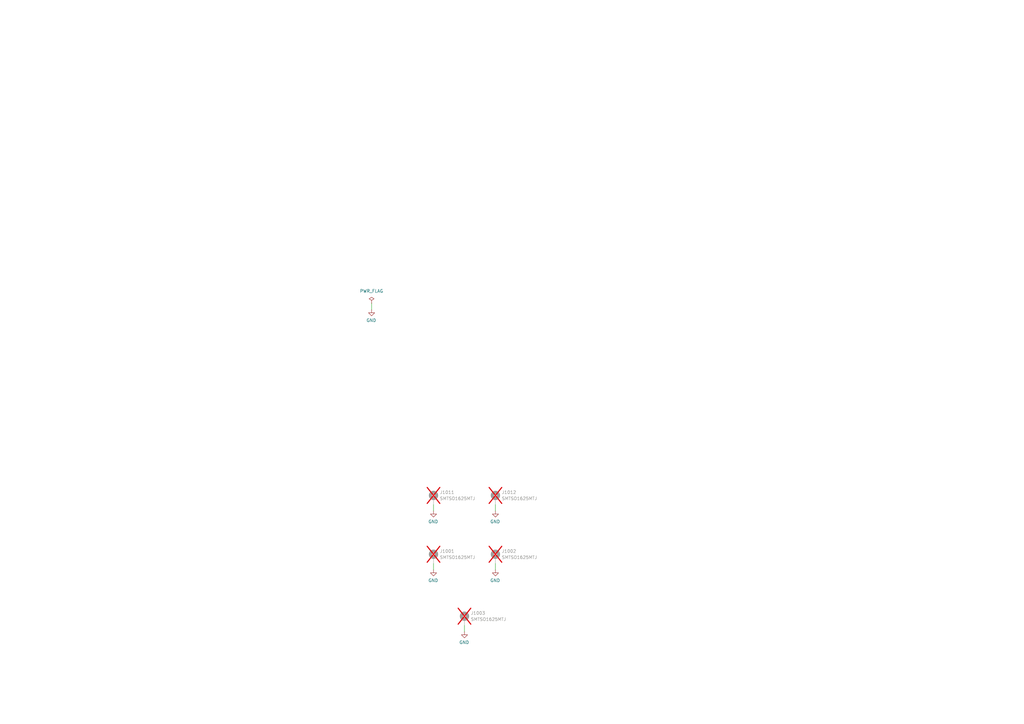
<source format=kicad_sch>
(kicad_sch (version 20250114) (generator "eeschema") (generator_version "9.0")
  (paper "A3")
  (lib_symbols
    (symbol "power:GND" (power) (pin_names (offset 0))
      (property "Value" "GND" (at 0 -3.81 0))
      (symbol "GND_0_1"
        (polyline (pts (xy 0 0) (xy 0 -1.27) (xy 1.27 -1.27) (xy 0 -2.54) (xy -1.27 -1.27) (xy 0 -1.27)))
      )
      (symbol "GND_1_1"
        (pin power_in line (at 0 0 270) (length 0) (hide yes) (name "GND") (number "1"))
      )
    )
    (symbol "power:PWR_FLAG" (power) (pin_numbers (hide yes)) (pin_names (offset 0) (hide yes))
      (property "Value" "PWR_FLAG" (at 0 3.81 0))
      (symbol "PWR_FLAG_0_0"
        (pin power_out line (at 0 0 90) (length 0) (name "~") (number "1"))
      )
      (symbol "PWR_FLAG_0_1"
        (polyline (pts (xy 0 0) (xy 0 1.27) (xy -1.016 1.905) (xy 0 2.54) (xy 1.016 1.905) (xy 0 1.27)))
      )
    )
    (symbol "suku_basics:SMD_NUT" (pin_numbers (hide yes)) (pin_names (offset 1.016) (hide yes))
      (property "Reference" "J" (at 0 6.35 0))
      (property "Value" "SMD_NUT" (at 0 4.445 0))
      (symbol "SMD_NUT_0_1"
        (circle (center 0 1.27) (radius 1.27) (stroke (width 1.27)))
      )
      (symbol "SMD_NUT_1_1"
        (pin input line (at 0 -2.54 90) (length 2.54) (name "1") (number "1"))
      )
    )
  )
  (wire (pts (xy 177.8 207.01) (xy 177.8 209.55)))
  (wire (pts (xy 203.2 207.01) (xy 203.2 209.55)))
  (wire (pts (xy 177.8 231.14) (xy 177.8 233.68)))
  (wire (pts (xy 190.5 256.54) (xy 190.5 259.08)))
  (wire (pts (xy 203.2 231.14) (xy 203.2 233.68)))
  (wire (pts (xy 152.4 124.46) (xy 152.4 127)))
  (symbol (lib_id "power:GND") (at 152.4 127 0) (mirror y) (unit 1)
    (property "Reference" "#PWR01005" (effects (hide yes)))
    (property "Value" "GND" (at 152.273 131.3942 0))
  )
  (symbol (lib_id "suku_basics:SMD_NUT") (at 177.8 228.6 0) (unit 1) (dnp yes)
    (property "Reference" "J1001" (at 180.34 226.0599 0) (effects (justify left)))
    (property "Value" "SMTSO1625MTJ" (at 180.34 228.5999 0) (effects (justify left)))
    (property "Footprint" "suku_basics:SMD_NUT_M1.6x2.5" (effects (hide yes)))
    (property "Description" "SMD Nut" (effects (hide yes)))
  )
  (symbol (lib_id "suku_basics:SMD_NUT") (at 177.8 204.47 0) (unit 1) (dnp yes)
    (property "Reference" "J1011" (at 180.34 201.9299 0) (effects (justify left)))
    (property "Value" "SMTSO1625MTJ" (at 180.34 204.4699 0) (effects (justify left)))
    (property "Footprint" "suku_basics:SMD_NUT_M1.6x2.5" (effects (hide yes)))
    (property "Description" "SMD Nut" (effects (hide yes)))
  )
  (symbol (lib_id "power:GND") (at 177.8 233.68 0) (mirror y) (unit 1)
    (property "Reference" "#PWR01001" (effects (hide yes)))
    (property "Value" "GND" (at 177.673 238.0742 0))
  )
  (symbol (lib_id "suku_basics:SMD_NUT") (at 203.2 228.6 0) (unit 1) (dnp yes)
    (property "Reference" "J1002" (at 205.74 226.0599 0) (effects (justify left)))
    (property "Value" "SMTSO1625MTJ" (at 205.74 228.5999 0) (effects (justify left)))
    (property "Footprint" "suku_basics:SMD_NUT_M1.6x2.5" (effects (hide yes)))
    (property "Description" "SMD Nut" (effects (hide yes)))
  )
  (symbol (lib_id "power:GND") (at 177.8 209.55 0) (mirror y) (unit 1)
    (property "Reference" "#PWR01035" (effects (hide yes)))
    (property "Value" "GND" (at 177.673 213.9442 0))
  )
  (symbol (lib_id "power:PWR_FLAG") (at 152.4 124.46 0) (unit 1)
    (property "Reference" "#FLG01001" (effects (hide yes)))
    (property "Value" "PWR_FLAG" (at 152.4 119.38 0))
    (property "Description" "Special symbol for telling ERC where power comes from" (effects (hide yes)))
  )
  (symbol (lib_id "power:GND") (at 203.2 233.68 0) (mirror y) (unit 1)
    (property "Reference" "#PWR01002" (effects (hide yes)))
    (property "Value" "GND" (at 203.073 238.0742 0))
  )
  (symbol (lib_id "suku_basics:SMD_NUT") (at 203.2 204.47 0) (unit 1) (dnp yes)
    (property "Reference" "J1012" (at 205.74 201.9299 0) (effects (justify left)))
    (property "Value" "SMTSO1625MTJ" (at 205.74 204.4699 0) (effects (justify left)))
    (property "Footprint" "suku_basics:SMD_NUT_M1.6x2.5" (effects (hide yes)))
    (property "Description" "SMD Nut" (effects (hide yes)))
  )
  (symbol (lib_id "power:GND") (at 190.5 259.08 0) (mirror y) (unit 1)
    (property "Reference" "#PWR01003" (effects (hide yes)))
    (property "Value" "GND" (at 190.373 263.4742 0))
  )
  (symbol (lib_id "power:GND") (at 203.2 209.55 0) (mirror y) (unit 1)
    (property "Reference" "#PWR01036" (effects (hide yes)))
    (property "Value" "GND" (at 203.073 213.9442 0))
  )
  (symbol (lib_id "suku_basics:SMD_NUT") (at 190.5 254 0) (unit 1) (dnp yes)
    (property "Reference" "J1003" (at 193.04 251.4599 0) (effects (justify left)))
    (property "Value" "SMTSO1625MTJ" (at 193.04 253.9999 0) (effects (justify left)))
    (property "Footprint" "suku_basics:SMD_NUT_M1.6x2.5" (effects (hide yes)))
    (property "Description" "SMD Nut" (effects (hide yes)))
  )
)
</source>
